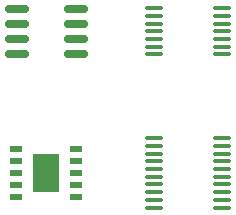
<source format=gtl>
%TF.GenerationSoftware,KiCad,Pcbnew,8.0.4*%
%TF.CreationDate,2025-01-06T14:26:28+00:00*%
%TF.ProjectId,tssop_breakout_stencil,7473736f-705f-4627-9265-616b6f75745f,rev?*%
%TF.SameCoordinates,Original*%
%TF.FileFunction,Copper,L1,Top*%
%TF.FilePolarity,Positive*%
%FSLAX46Y46*%
G04 Gerber Fmt 4.6, Leading zero omitted, Abs format (unit mm)*
G04 Created by KiCad (PCBNEW 8.0.4) date 2025-01-06 14:26:28*
%MOMM*%
%LPD*%
G01*
G04 APERTURE LIST*
G04 Aperture macros list*
%AMRoundRect*
0 Rectangle with rounded corners*
0 $1 Rounding radius*
0 $2 $3 $4 $5 $6 $7 $8 $9 X,Y pos of 4 corners*
0 Add a 4 corners polygon primitive as box body*
4,1,4,$2,$3,$4,$5,$6,$7,$8,$9,$2,$3,0*
0 Add four circle primitives for the rounded corners*
1,1,$1+$1,$2,$3*
1,1,$1+$1,$4,$5*
1,1,$1+$1,$6,$7*
1,1,$1+$1,$8,$9*
0 Add four rect primitives between the rounded corners*
20,1,$1+$1,$2,$3,$4,$5,0*
20,1,$1+$1,$4,$5,$6,$7,0*
20,1,$1+$1,$6,$7,$8,$9,0*
20,1,$1+$1,$8,$9,$2,$3,0*%
G04 Aperture macros list end*
%TA.AperFunction,SMDPad,CuDef*%
%ADD10RoundRect,0.100000X-0.637500X-0.100000X0.637500X-0.100000X0.637500X0.100000X-0.637500X0.100000X0*%
%TD*%
%TA.AperFunction,SMDPad,CuDef*%
%ADD11R,2.300000X3.200000*%
%TD*%
%TA.AperFunction,SMDPad,CuDef*%
%ADD12R,1.100000X0.510000*%
%TD*%
%TA.AperFunction,SMDPad,CuDef*%
%ADD13RoundRect,0.150000X-0.825000X-0.150000X0.825000X-0.150000X0.825000X0.150000X-0.825000X0.150000X0*%
%TD*%
G04 APERTURE END LIST*
D10*
%TO.P,J2,1,Pin_1*%
%TO.N,unconnected-(J2-Pin_1-Pad1)*%
X65137500Y-54050000D03*
%TO.P,J2,2,Pin_2*%
%TO.N,unconnected-(J2-Pin_2-Pad2)*%
X65137500Y-54700000D03*
%TO.P,J2,3,Pin_3*%
%TO.N,unconnected-(J2-Pin_3-Pad3)*%
X65137500Y-55350000D03*
%TO.P,J2,4,Pin_4*%
%TO.N,unconnected-(J2-Pin_4-Pad4)*%
X65137500Y-56000000D03*
%TO.P,J2,5,Pin_5*%
%TO.N,unconnected-(J2-Pin_5-Pad5)*%
X65137500Y-56650000D03*
%TO.P,J2,6,Pin_6*%
%TO.N,unconnected-(J2-Pin_6-Pad6)*%
X65137500Y-57300000D03*
%TO.P,J2,7,Pin_7*%
%TO.N,unconnected-(J2-Pin_7-Pad7)*%
X65137500Y-57950000D03*
%TO.P,J2,8,Pin_8*%
%TO.N,unconnected-(J2-Pin_8-Pad8)*%
X70862500Y-57950000D03*
%TO.P,J2,9,Pin_9*%
%TO.N,unconnected-(J2-Pin_9-Pad9)*%
X70862500Y-57300000D03*
%TO.P,J2,10,Pin_10*%
%TO.N,unconnected-(J2-Pin_10-Pad10)*%
X70862500Y-56650000D03*
%TO.P,J2,11,Pin_11*%
%TO.N,unconnected-(J2-Pin_11-Pad11)*%
X70862500Y-56000000D03*
%TO.P,J2,12,Pin_12*%
%TO.N,unconnected-(J2-Pin_12-Pad12)*%
X70862500Y-55350000D03*
%TO.P,J2,13,Pin_13*%
%TO.N,unconnected-(J2-Pin_13-Pad13)*%
X70862500Y-54700000D03*
%TO.P,J2,14,Pin_14*%
%TO.N,unconnected-(J2-Pin_14-Pad14)*%
X70862500Y-54050000D03*
%TD*%
D11*
%TO.P,U1,0,GND*%
%TO.N,unconnected-(U1-GND-Pad0)*%
X56000000Y-68000000D03*
D12*
%TO.P,U1,1,VDD*%
%TO.N,unconnected-(U1-VDD-Pad1)*%
X53450000Y-66000000D03*
%TO.P,U1,2,CFG1*%
%TO.N,unconnected-(U1-CFG1-Pad2)*%
X53450000Y-67000000D03*
%TO.P,U1,3,CFG2*%
%TO.N,unconnected-(U1-CFG2-Pad3)*%
X53450000Y-68000000D03*
%TO.P,U1,4,DP*%
%TO.N,unconnected-(U1-DP-Pad4)*%
X53450000Y-69000000D03*
%TO.P,U1,5,DM*%
%TO.N,unconnected-(U1-DM-Pad5)*%
X53450000Y-70000000D03*
%TO.P,U1,6,CC1*%
%TO.N,unconnected-(U1-CC1-Pad6)*%
X58550000Y-70000000D03*
%TO.P,U1,7,CC2*%
%TO.N,unconnected-(U1-CC2-Pad7)*%
X58550000Y-69000000D03*
%TO.P,U1,8,VBUS*%
%TO.N,unconnected-(U1-VBUS-Pad8)*%
X58550000Y-68000000D03*
%TO.P,U1,9,CFG3*%
%TO.N,unconnected-(U1-CFG3-Pad9)*%
X58550000Y-67000000D03*
%TO.P,U1,10,PG*%
%TO.N,unconnected-(U1-PG-Pad10)*%
X58550000Y-66000000D03*
%TD*%
D10*
%TO.P,J3,1,Pin_1*%
%TO.N,unconnected-(J3-Pin_1-Pad1)*%
X65137500Y-65075000D03*
%TO.P,J3,2,Pin_2*%
%TO.N,unconnected-(J3-Pin_2-Pad2)*%
X65137500Y-65725000D03*
%TO.P,J3,3,Pin_3*%
%TO.N,unconnected-(J3-Pin_3-Pad3)*%
X65137500Y-66375000D03*
%TO.P,J3,4,Pin_4*%
%TO.N,unconnected-(J3-Pin_4-Pad4)*%
X65137500Y-67025000D03*
%TO.P,J3,5,Pin_5*%
%TO.N,unconnected-(J3-Pin_5-Pad5)*%
X65137500Y-67675000D03*
%TO.P,J3,6,Pin_6*%
%TO.N,unconnected-(J3-Pin_6-Pad6)*%
X65137500Y-68325000D03*
%TO.P,J3,7,Pin_7*%
%TO.N,unconnected-(J3-Pin_7-Pad7)*%
X65137500Y-68975000D03*
%TO.P,J3,8,Pin_8*%
%TO.N,unconnected-(J3-Pin_8-Pad8)*%
X65137500Y-69625000D03*
%TO.P,J3,9,Pin_9*%
%TO.N,unconnected-(J3-Pin_9-Pad9)*%
X65137500Y-70275000D03*
%TO.P,J3,10,Pin_10*%
%TO.N,unconnected-(J3-Pin_10-Pad10)*%
X65137500Y-70925000D03*
%TO.P,J3,11,Pin_11*%
%TO.N,unconnected-(J3-Pin_11-Pad11)*%
X70862500Y-70925000D03*
%TO.P,J3,12,Pin_12*%
%TO.N,unconnected-(J3-Pin_12-Pad12)*%
X70862500Y-70275000D03*
%TO.P,J3,13,Pin_13*%
%TO.N,unconnected-(J3-Pin_13-Pad13)*%
X70862500Y-69625000D03*
%TO.P,J3,14,Pin_14*%
%TO.N,unconnected-(J3-Pin_14-Pad14)*%
X70862500Y-68975000D03*
%TO.P,J3,15,Pin_15*%
%TO.N,unconnected-(J3-Pin_15-Pad15)*%
X70862500Y-68325000D03*
%TO.P,J3,16,Pin_16*%
%TO.N,unconnected-(J3-Pin_16-Pad16)*%
X70862500Y-67675000D03*
%TO.P,J3,17,Pin_17*%
%TO.N,unconnected-(J3-Pin_17-Pad17)*%
X70862500Y-67025000D03*
%TO.P,J3,18,Pin_18*%
%TO.N,unconnected-(J3-Pin_18-Pad18)*%
X70862500Y-66375000D03*
%TO.P,J3,19,Pin_19*%
%TO.N,unconnected-(J3-Pin_19-Pad19)*%
X70862500Y-65725000D03*
%TO.P,J3,20,Pin_20*%
%TO.N,unconnected-(J3-Pin_20-Pad20)*%
X70862500Y-65075000D03*
%TD*%
D13*
%TO.P,J1,1,Pin_1*%
%TO.N,unconnected-(J1-Pin_1-Pad1)*%
X53525000Y-54095000D03*
%TO.P,J1,2,Pin_2*%
%TO.N,unconnected-(J1-Pin_2-Pad2)*%
X53525000Y-55365000D03*
%TO.P,J1,3,Pin_3*%
%TO.N,unconnected-(J1-Pin_3-Pad3)*%
X53525000Y-56635000D03*
%TO.P,J1,4,Pin_4*%
%TO.N,unconnected-(J1-Pin_4-Pad4)*%
X53525000Y-57905000D03*
%TO.P,J1,5,Pin_5*%
%TO.N,unconnected-(J1-Pin_5-Pad5)*%
X58475000Y-57905000D03*
%TO.P,J1,6,Pin_6*%
%TO.N,unconnected-(J1-Pin_6-Pad6)*%
X58475000Y-56635000D03*
%TO.P,J1,7,Pin_7*%
%TO.N,unconnected-(J1-Pin_7-Pad7)*%
X58475000Y-55365000D03*
%TO.P,J1,8,Pin_8*%
%TO.N,unconnected-(J1-Pin_8-Pad8)*%
X58475000Y-54095000D03*
%TD*%
M02*

</source>
